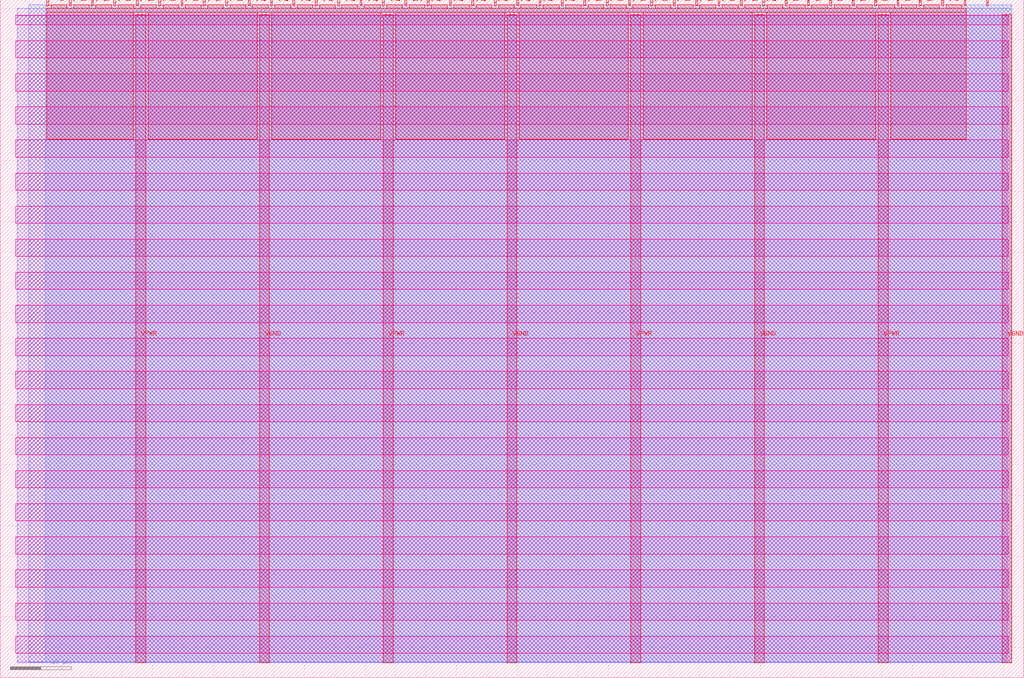
<source format=lef>
VERSION 5.7 ;
  NOWIREEXTENSIONATPIN ON ;
  DIVIDERCHAR "/" ;
  BUSBITCHARS "[]" ;
MACRO tt_um_psychogenic_neptuneproportional
  CLASS BLOCK ;
  FOREIGN tt_um_psychogenic_neptuneproportional ;
  ORIGIN 0.000 0.000 ;
  SIZE 168.360 BY 111.520 ;
  PIN VGND
    DIRECTION INOUT ;
    USE GROUND ;
    PORT
      LAYER met4 ;
        RECT 42.670 2.480 44.270 109.040 ;
    END
    PORT
      LAYER met4 ;
        RECT 83.380 2.480 84.980 109.040 ;
    END
    PORT
      LAYER met4 ;
        RECT 124.090 2.480 125.690 109.040 ;
    END
    PORT
      LAYER met4 ;
        RECT 164.800 2.480 166.400 109.040 ;
    END
  END VGND
  PIN VPWR
    DIRECTION INOUT ;
    USE POWER ;
    PORT
      LAYER met4 ;
        RECT 22.315 2.480 23.915 109.040 ;
    END
    PORT
      LAYER met4 ;
        RECT 63.025 2.480 64.625 109.040 ;
    END
    PORT
      LAYER met4 ;
        RECT 103.735 2.480 105.335 109.040 ;
    END
    PORT
      LAYER met4 ;
        RECT 144.445 2.480 146.045 109.040 ;
    END
  END VPWR
  PIN clk
    DIRECTION INPUT ;
    USE SIGNAL ;
    ANTENNAGATEAREA 0.852000 ;
    PORT
      LAYER met4 ;
        RECT 158.550 110.520 158.850 111.520 ;
    END
  END clk
  PIN ena
    DIRECTION INPUT ;
    USE SIGNAL ;
    PORT
      LAYER met4 ;
        RECT 162.230 110.520 162.530 111.520 ;
    END
  END ena
  PIN rst_n
    DIRECTION INPUT ;
    USE SIGNAL ;
    ANTENNAGATEAREA 0.159000 ;
    PORT
      LAYER met4 ;
        RECT 154.870 110.520 155.170 111.520 ;
    END
  END rst_n
  PIN ui_in[0]
    DIRECTION INPUT ;
    USE SIGNAL ;
    PORT
      LAYER met4 ;
        RECT 151.190 110.520 151.490 111.520 ;
    END
  END ui_in[0]
  PIN ui_in[1]
    DIRECTION INPUT ;
    USE SIGNAL ;
    PORT
      LAYER met4 ;
        RECT 147.510 110.520 147.810 111.520 ;
    END
  END ui_in[1]
  PIN ui_in[2]
    DIRECTION INPUT ;
    USE SIGNAL ;
    ANTENNAGATEAREA 0.159000 ;
    PORT
      LAYER met4 ;
        RECT 143.830 110.520 144.130 111.520 ;
    END
  END ui_in[2]
  PIN ui_in[3]
    DIRECTION INPUT ;
    USE SIGNAL ;
    ANTENNAGATEAREA 0.213000 ;
    PORT
      LAYER met4 ;
        RECT 140.150 110.520 140.450 111.520 ;
    END
  END ui_in[3]
  PIN ui_in[4]
    DIRECTION INPUT ;
    USE SIGNAL ;
    ANTENNAGATEAREA 0.213000 ;
    PORT
      LAYER met4 ;
        RECT 136.470 110.520 136.770 111.520 ;
    END
  END ui_in[4]
  PIN ui_in[5]
    DIRECTION INPUT ;
    USE SIGNAL ;
    ANTENNAGATEAREA 0.196500 ;
    PORT
      LAYER met4 ;
        RECT 132.790 110.520 133.090 111.520 ;
    END
  END ui_in[5]
  PIN ui_in[6]
    DIRECTION INPUT ;
    USE SIGNAL ;
    ANTENNAGATEAREA 0.213000 ;
    PORT
      LAYER met4 ;
        RECT 129.110 110.520 129.410 111.520 ;
    END
  END ui_in[6]
  PIN ui_in[7]
    DIRECTION INPUT ;
    USE SIGNAL ;
    ANTENNAGATEAREA 0.213000 ;
    PORT
      LAYER met4 ;
        RECT 125.430 110.520 125.730 111.520 ;
    END
  END ui_in[7]
  PIN uio_in[0]
    DIRECTION INPUT ;
    USE SIGNAL ;
    PORT
      LAYER met4 ;
        RECT 121.750 110.520 122.050 111.520 ;
    END
  END uio_in[0]
  PIN uio_in[1]
    DIRECTION INPUT ;
    USE SIGNAL ;
    PORT
      LAYER met4 ;
        RECT 118.070 110.520 118.370 111.520 ;
    END
  END uio_in[1]
  PIN uio_in[2]
    DIRECTION INPUT ;
    USE SIGNAL ;
    PORT
      LAYER met4 ;
        RECT 114.390 110.520 114.690 111.520 ;
    END
  END uio_in[2]
  PIN uio_in[3]
    DIRECTION INPUT ;
    USE SIGNAL ;
    PORT
      LAYER met4 ;
        RECT 110.710 110.520 111.010 111.520 ;
    END
  END uio_in[3]
  PIN uio_in[4]
    DIRECTION INPUT ;
    USE SIGNAL ;
    PORT
      LAYER met4 ;
        RECT 107.030 110.520 107.330 111.520 ;
    END
  END uio_in[4]
  PIN uio_in[5]
    DIRECTION INPUT ;
    USE SIGNAL ;
    PORT
      LAYER met4 ;
        RECT 103.350 110.520 103.650 111.520 ;
    END
  END uio_in[5]
  PIN uio_in[6]
    DIRECTION INPUT ;
    USE SIGNAL ;
    PORT
      LAYER met4 ;
        RECT 99.670 110.520 99.970 111.520 ;
    END
  END uio_in[6]
  PIN uio_in[7]
    DIRECTION INPUT ;
    USE SIGNAL ;
    PORT
      LAYER met4 ;
        RECT 95.990 110.520 96.290 111.520 ;
    END
  END uio_in[7]
  PIN uio_oe[0]
    DIRECTION OUTPUT TRISTATE ;
    USE SIGNAL ;
    PORT
      LAYER met4 ;
        RECT 33.430 110.520 33.730 111.520 ;
    END
  END uio_oe[0]
  PIN uio_oe[1]
    DIRECTION OUTPUT TRISTATE ;
    USE SIGNAL ;
    PORT
      LAYER met4 ;
        RECT 29.750 110.520 30.050 111.520 ;
    END
  END uio_oe[1]
  PIN uio_oe[2]
    DIRECTION OUTPUT TRISTATE ;
    USE SIGNAL ;
    PORT
      LAYER met4 ;
        RECT 26.070 110.520 26.370 111.520 ;
    END
  END uio_oe[2]
  PIN uio_oe[3]
    DIRECTION OUTPUT TRISTATE ;
    USE SIGNAL ;
    PORT
      LAYER met4 ;
        RECT 22.390 110.520 22.690 111.520 ;
    END
  END uio_oe[3]
  PIN uio_oe[4]
    DIRECTION OUTPUT TRISTATE ;
    USE SIGNAL ;
    PORT
      LAYER met4 ;
        RECT 18.710 110.520 19.010 111.520 ;
    END
  END uio_oe[4]
  PIN uio_oe[5]
    DIRECTION OUTPUT TRISTATE ;
    USE SIGNAL ;
    PORT
      LAYER met4 ;
        RECT 15.030 110.520 15.330 111.520 ;
    END
  END uio_oe[5]
  PIN uio_oe[6]
    DIRECTION OUTPUT TRISTATE ;
    USE SIGNAL ;
    PORT
      LAYER met4 ;
        RECT 11.350 110.520 11.650 111.520 ;
    END
  END uio_oe[6]
  PIN uio_oe[7]
    DIRECTION OUTPUT TRISTATE ;
    USE SIGNAL ;
    PORT
      LAYER met4 ;
        RECT 7.670 110.520 7.970 111.520 ;
    END
  END uio_oe[7]
  PIN uio_out[0]
    DIRECTION OUTPUT TRISTATE ;
    USE SIGNAL ;
    ANTENNAGATEAREA 0.586500 ;
    ANTENNADIFFAREA 0.891000 ;
    PORT
      LAYER met4 ;
        RECT 62.870 110.520 63.170 111.520 ;
    END
  END uio_out[0]
  PIN uio_out[1]
    DIRECTION OUTPUT TRISTATE ;
    USE SIGNAL ;
    ANTENNAGATEAREA 1.950000 ;
    ANTENNADIFFAREA 0.891000 ;
    PORT
      LAYER met4 ;
        RECT 59.190 110.520 59.490 111.520 ;
    END
  END uio_out[1]
  PIN uio_out[2]
    DIRECTION OUTPUT TRISTATE ;
    USE SIGNAL ;
    ANTENNAGATEAREA 0.532500 ;
    ANTENNADIFFAREA 0.891000 ;
    PORT
      LAYER met4 ;
        RECT 55.510 110.520 55.810 111.520 ;
    END
  END uio_out[2]
  PIN uio_out[3]
    DIRECTION OUTPUT TRISTATE ;
    USE SIGNAL ;
    ANTENNAGATEAREA 0.654000 ;
    ANTENNADIFFAREA 0.891000 ;
    PORT
      LAYER met4 ;
        RECT 51.830 110.520 52.130 111.520 ;
    END
  END uio_out[3]
  PIN uio_out[4]
    DIRECTION OUTPUT TRISTATE ;
    USE SIGNAL ;
    ANTENNAGATEAREA 2.017500 ;
    ANTENNADIFFAREA 0.891000 ;
    PORT
      LAYER met4 ;
        RECT 48.150 110.520 48.450 111.520 ;
    END
  END uio_out[4]
  PIN uio_out[5]
    DIRECTION OUTPUT TRISTATE ;
    USE SIGNAL ;
    ANTENNAGATEAREA 2.143500 ;
    ANTENNADIFFAREA 0.891000 ;
    PORT
      LAYER met4 ;
        RECT 44.470 110.520 44.770 111.520 ;
    END
  END uio_out[5]
  PIN uio_out[6]
    DIRECTION OUTPUT TRISTATE ;
    USE SIGNAL ;
    ANTENNAGATEAREA 2.265000 ;
    ANTENNADIFFAREA 0.891000 ;
    PORT
      LAYER met4 ;
        RECT 40.790 110.520 41.090 111.520 ;
    END
  END uio_out[6]
  PIN uio_out[7]
    DIRECTION OUTPUT TRISTATE ;
    USE SIGNAL ;
    ANTENNAGATEAREA 0.708000 ;
    ANTENNADIFFAREA 0.891000 ;
    PORT
      LAYER met4 ;
        RECT 37.110 110.520 37.410 111.520 ;
    END
  END uio_out[7]
  PIN uo_out[0]
    DIRECTION OUTPUT TRISTATE ;
    USE SIGNAL ;
    ANTENNADIFFAREA 0.445500 ;
    PORT
      LAYER met4 ;
        RECT 92.310 110.520 92.610 111.520 ;
    END
  END uo_out[0]
  PIN uo_out[1]
    DIRECTION OUTPUT TRISTATE ;
    USE SIGNAL ;
    ANTENNADIFFAREA 0.795200 ;
    PORT
      LAYER met4 ;
        RECT 88.630 110.520 88.930 111.520 ;
    END
  END uo_out[1]
  PIN uo_out[2]
    DIRECTION OUTPUT TRISTATE ;
    USE SIGNAL ;
    ANTENNADIFFAREA 0.445500 ;
    PORT
      LAYER met4 ;
        RECT 84.950 110.520 85.250 111.520 ;
    END
  END uo_out[2]
  PIN uo_out[3]
    DIRECTION OUTPUT TRISTATE ;
    USE SIGNAL ;
    ANTENNADIFFAREA 0.445500 ;
    PORT
      LAYER met4 ;
        RECT 81.270 110.520 81.570 111.520 ;
    END
  END uo_out[3]
  PIN uo_out[4]
    DIRECTION OUTPUT TRISTATE ;
    USE SIGNAL ;
    ANTENNADIFFAREA 0.445500 ;
    PORT
      LAYER met4 ;
        RECT 77.590 110.520 77.890 111.520 ;
    END
  END uo_out[4]
  PIN uo_out[5]
    DIRECTION OUTPUT TRISTATE ;
    USE SIGNAL ;
    ANTENNADIFFAREA 0.445500 ;
    PORT
      LAYER met4 ;
        RECT 73.910 110.520 74.210 111.520 ;
    END
  END uo_out[5]
  PIN uo_out[6]
    DIRECTION OUTPUT TRISTATE ;
    USE SIGNAL ;
    ANTENNADIFFAREA 0.445500 ;
    PORT
      LAYER met4 ;
        RECT 70.230 110.520 70.530 111.520 ;
    END
  END uo_out[6]
  PIN uo_out[7]
    DIRECTION OUTPUT TRISTATE ;
    USE SIGNAL ;
    ANTENNADIFFAREA 0.445500 ;
    PORT
      LAYER met4 ;
        RECT 66.550 110.520 66.850 111.520 ;
    END
  END uo_out[7]
  OBS
      LAYER nwell ;
        RECT 2.570 107.385 165.790 108.990 ;
        RECT 2.570 101.945 165.790 104.775 ;
        RECT 2.570 96.505 165.790 99.335 ;
        RECT 2.570 91.065 165.790 93.895 ;
        RECT 2.570 85.625 165.790 88.455 ;
        RECT 2.570 80.185 165.790 83.015 ;
        RECT 2.570 74.745 165.790 77.575 ;
        RECT 2.570 69.305 165.790 72.135 ;
        RECT 2.570 63.865 165.790 66.695 ;
        RECT 2.570 58.425 165.790 61.255 ;
        RECT 2.570 52.985 165.790 55.815 ;
        RECT 2.570 47.545 165.790 50.375 ;
        RECT 2.570 42.105 165.790 44.935 ;
        RECT 2.570 36.665 165.790 39.495 ;
        RECT 2.570 31.225 165.790 34.055 ;
        RECT 2.570 25.785 165.790 28.615 ;
        RECT 2.570 20.345 165.790 23.175 ;
        RECT 2.570 14.905 165.790 17.735 ;
        RECT 2.570 9.465 165.790 12.295 ;
        RECT 2.570 4.025 165.790 6.855 ;
      LAYER li1 ;
        RECT 2.760 2.635 165.600 108.885 ;
      LAYER met1 ;
        RECT 2.760 2.480 166.400 110.120 ;
      LAYER met2 ;
        RECT 4.700 2.535 166.370 110.685 ;
      LAYER met3 ;
        RECT 7.425 2.555 166.390 110.665 ;
      LAYER met4 ;
        RECT 8.370 110.120 10.950 110.665 ;
        RECT 12.050 110.120 14.630 110.665 ;
        RECT 15.730 110.120 18.310 110.665 ;
        RECT 19.410 110.120 21.990 110.665 ;
        RECT 23.090 110.120 25.670 110.665 ;
        RECT 26.770 110.120 29.350 110.665 ;
        RECT 30.450 110.120 33.030 110.665 ;
        RECT 34.130 110.120 36.710 110.665 ;
        RECT 37.810 110.120 40.390 110.665 ;
        RECT 41.490 110.120 44.070 110.665 ;
        RECT 45.170 110.120 47.750 110.665 ;
        RECT 48.850 110.120 51.430 110.665 ;
        RECT 52.530 110.120 55.110 110.665 ;
        RECT 56.210 110.120 58.790 110.665 ;
        RECT 59.890 110.120 62.470 110.665 ;
        RECT 63.570 110.120 66.150 110.665 ;
        RECT 67.250 110.120 69.830 110.665 ;
        RECT 70.930 110.120 73.510 110.665 ;
        RECT 74.610 110.120 77.190 110.665 ;
        RECT 78.290 110.120 80.870 110.665 ;
        RECT 81.970 110.120 84.550 110.665 ;
        RECT 85.650 110.120 88.230 110.665 ;
        RECT 89.330 110.120 91.910 110.665 ;
        RECT 93.010 110.120 95.590 110.665 ;
        RECT 96.690 110.120 99.270 110.665 ;
        RECT 100.370 110.120 102.950 110.665 ;
        RECT 104.050 110.120 106.630 110.665 ;
        RECT 107.730 110.120 110.310 110.665 ;
        RECT 111.410 110.120 113.990 110.665 ;
        RECT 115.090 110.120 117.670 110.665 ;
        RECT 118.770 110.120 121.350 110.665 ;
        RECT 122.450 110.120 125.030 110.665 ;
        RECT 126.130 110.120 128.710 110.665 ;
        RECT 129.810 110.120 132.390 110.665 ;
        RECT 133.490 110.120 136.070 110.665 ;
        RECT 137.170 110.120 139.750 110.665 ;
        RECT 140.850 110.120 143.430 110.665 ;
        RECT 144.530 110.120 147.110 110.665 ;
        RECT 148.210 110.120 150.790 110.665 ;
        RECT 151.890 110.120 154.470 110.665 ;
        RECT 155.570 110.120 158.150 110.665 ;
        RECT 7.655 109.440 158.865 110.120 ;
        RECT 7.655 88.575 21.915 109.440 ;
        RECT 24.315 88.575 42.270 109.440 ;
        RECT 44.670 88.575 62.625 109.440 ;
        RECT 65.025 88.575 82.980 109.440 ;
        RECT 85.380 88.575 103.335 109.440 ;
        RECT 105.735 88.575 123.690 109.440 ;
        RECT 126.090 88.575 144.045 109.440 ;
        RECT 146.445 88.575 158.865 109.440 ;
  END
END tt_um_psychogenic_neptuneproportional
END LIBRARY


</source>
